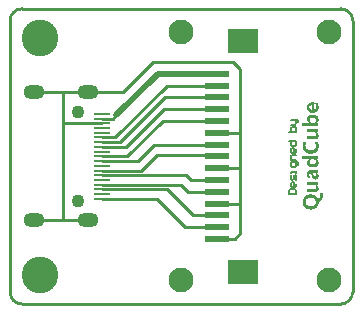
<source format=gtl>
G04 Layer_Physical_Order=1*
G04 Layer_Color=255*
%FSLAX25Y25*%
%MOIN*%
G70*
G01*
G75*
%ADD10R,0.07874X0.02362*%
%ADD11R,0.10236X0.07874*%
%ADD12R,0.05512X0.00906*%
%ADD13C,0.01969*%
%ADD14C,0.00906*%
%ADD15C,0.01000*%
%ADD16C,0.00512*%
%ADD17C,0.00965*%
%ADD18C,0.04331*%
%ADD19O,0.07087X0.04921*%
%ADD20C,0.08268*%
%ADD21C,0.12205*%
G36*
X349249Y269521D02*
X349258D01*
X349285Y269530D01*
X349329D01*
X349382Y269547D01*
X349444Y269565D01*
X349514Y269591D01*
X349594Y269627D01*
X349665Y269671D01*
X349744Y269724D01*
X349824Y269795D01*
X349895Y269883D01*
X349956Y269980D01*
X350009Y270095D01*
X350054Y270228D01*
X350080Y270378D01*
X350089Y270555D01*
Y270564D01*
Y270582D01*
Y270617D01*
X350080Y270661D01*
Y270714D01*
X350071Y270776D01*
X350054Y270918D01*
X350018Y271085D01*
X349965Y271271D01*
X349886Y271457D01*
X349788Y271634D01*
X350584D01*
Y271625D01*
X350593Y271607D01*
X350611Y271581D01*
X350628Y271545D01*
X350646Y271492D01*
X350673Y271430D01*
X350699Y271359D01*
X350726Y271280D01*
X350752Y271183D01*
X350779Y271085D01*
X350805Y270979D01*
X350823Y270856D01*
X350858Y270599D01*
X350867Y270307D01*
Y270299D01*
Y270272D01*
Y270219D01*
X350858Y270157D01*
X350849Y270087D01*
X350840Y269998D01*
X350823Y269901D01*
X350805Y269804D01*
X350743Y269583D01*
X350655Y269353D01*
X350602Y269238D01*
X350531Y269132D01*
X350460Y269026D01*
X350372Y268929D01*
X350363Y268920D01*
X350345Y268911D01*
X350319Y268884D01*
X350284Y268849D01*
X350231Y268814D01*
X350169Y268778D01*
X350098Y268734D01*
X350009Y268690D01*
X349921Y268637D01*
X349815Y268593D01*
X349700Y268557D01*
X349585Y268522D01*
X349444Y268486D01*
X349302Y268460D01*
X349152Y268451D01*
X348993Y268442D01*
X348904D01*
X348843Y268451D01*
X348772Y268460D01*
X348684Y268469D01*
X348586Y268486D01*
X348480Y268504D01*
X348250Y268566D01*
X348127Y268610D01*
X348012Y268663D01*
X347888Y268725D01*
X347773Y268796D01*
X347658Y268875D01*
X347552Y268964D01*
X347543Y268973D01*
X347526Y268990D01*
X347499Y269017D01*
X347464Y269061D01*
X347419Y269105D01*
X347375Y269167D01*
X347322Y269238D01*
X347269Y269326D01*
X347225Y269415D01*
X347172Y269512D01*
X347083Y269733D01*
X347048Y269857D01*
X347022Y269989D01*
X347004Y270131D01*
X346995Y270272D01*
Y270281D01*
Y270307D01*
Y270352D01*
X347004Y270405D01*
X347013Y270467D01*
X347022Y270546D01*
X347057Y270723D01*
X347110Y270918D01*
X347198Y271121D01*
X347251Y271227D01*
X347322Y271324D01*
X347393Y271412D01*
X347481Y271501D01*
X347490Y271510D01*
X347499Y271519D01*
X347534Y271545D01*
X347570Y271572D01*
X347614Y271607D01*
X347676Y271642D01*
X347746Y271687D01*
X347826Y271731D01*
X347914Y271766D01*
X348012Y271810D01*
X348118Y271846D01*
X348233Y271881D01*
X348356Y271908D01*
X348498Y271934D01*
X348639Y271943D01*
X348790Y271952D01*
X349249D01*
Y269521D01*
D02*
G37*
G36*
X348984Y267885D02*
X349064Y267877D01*
X349152Y267868D01*
X349258Y267859D01*
X349364Y267841D01*
X349594Y267779D01*
X349841Y267700D01*
X349965Y267647D01*
X350089Y267585D01*
X350204Y267514D01*
X350310Y267435D01*
X350319Y267426D01*
X350337Y267417D01*
X350363Y267390D01*
X350398Y267355D01*
X350443Y267302D01*
X350487Y267249D01*
X350540Y267187D01*
X350584Y267107D01*
X350690Y266939D01*
X350779Y266727D01*
X350814Y266612D01*
X350840Y266489D01*
X350858Y266365D01*
X350867Y266223D01*
Y266215D01*
Y266197D01*
Y266162D01*
X350858Y266108D01*
X350849Y266055D01*
X350840Y265985D01*
X350805Y265834D01*
X350743Y265667D01*
X350699Y265578D01*
X350646Y265490D01*
X350584Y265410D01*
X350513Y265331D01*
X350434Y265251D01*
X350345Y265180D01*
Y265172D01*
X350787D01*
Y264093D01*
X345307D01*
Y265172D01*
X347649D01*
Y265180D01*
X347640Y265189D01*
X347623Y265198D01*
X347587Y265225D01*
X347543Y265260D01*
X347499Y265304D01*
X347446Y265357D01*
X347384Y265419D01*
X347322Y265490D01*
X347260Y265569D01*
X347198Y265667D01*
X347145Y265764D01*
X347101Y265870D01*
X347057Y265985D01*
X347022Y266117D01*
X347004Y266250D01*
X346995Y266391D01*
Y266400D01*
Y266427D01*
Y266462D01*
X347004Y266506D01*
X347013Y266568D01*
X347022Y266639D01*
X347057Y266798D01*
X347119Y266975D01*
X347207Y267161D01*
X347260Y267249D01*
X347322Y267337D01*
X347402Y267417D01*
X347490Y267496D01*
X347499Y267505D01*
X347517Y267514D01*
X347543Y267532D01*
X347579Y267558D01*
X347632Y267585D01*
X347685Y267620D01*
X347755Y267655D01*
X347844Y267700D01*
X347932Y267735D01*
X348029Y267770D01*
X348144Y267806D01*
X348259Y267832D01*
X348392Y267859D01*
X348533Y267877D01*
X348675Y267894D01*
X348922D01*
X348984Y267885D01*
D02*
G37*
G36*
X350787Y262033D02*
X350222D01*
Y262016D01*
X350231Y262007D01*
X350248Y261998D01*
X350284Y261971D01*
X350319Y261936D01*
X350372Y261901D01*
X350425Y261848D01*
X350540Y261715D01*
X350664Y261556D01*
X350770Y261361D01*
X350805Y261246D01*
X350840Y261132D01*
X350858Y261008D01*
X350867Y260875D01*
Y260858D01*
Y260822D01*
X350858Y260760D01*
X350840Y260672D01*
X350823Y260575D01*
X350787Y260469D01*
X350734Y260354D01*
X350673Y260230D01*
X350593Y260106D01*
X350487Y259991D01*
X350363Y259885D01*
X350213Y259788D01*
X350036Y259708D01*
X349824Y259638D01*
X349585Y259602D01*
X349453Y259585D01*
X347083D01*
Y260663D01*
X349258D01*
X349302Y260672D01*
X349346D01*
X349417Y260681D01*
X349479Y260698D01*
X349629Y260743D01*
X349709Y260778D01*
X349788Y260822D01*
X349850Y260875D01*
X349912Y260937D01*
X349965Y261008D01*
X350009Y261096D01*
X350036Y261193D01*
X350045Y261308D01*
Y261326D01*
Y261361D01*
X350036Y261423D01*
X350018Y261494D01*
X349992Y261582D01*
X349948Y261671D01*
X349895Y261750D01*
X349824Y261830D01*
X349815Y261839D01*
X349780Y261865D01*
X349727Y261892D01*
X349656Y261936D01*
X349568Y261971D01*
X349461Y261998D01*
X349346Y262024D01*
X349205Y262033D01*
X347083D01*
Y263112D01*
X350787D01*
Y262033D01*
D02*
G37*
G36*
X350593Y258816D02*
X350602Y258798D01*
X350620Y258763D01*
X350637Y258718D01*
X350655Y258665D01*
X350681Y258594D01*
X350708Y258515D01*
X350726Y258427D01*
X350752Y258329D01*
X350779Y258214D01*
X350805Y258091D01*
X350823Y257967D01*
X350840Y257825D01*
X350858Y257675D01*
X350867Y257348D01*
Y257339D01*
Y257295D01*
X350858Y257233D01*
Y257154D01*
X350849Y257056D01*
X350832Y256941D01*
X350805Y256809D01*
X350779Y256676D01*
X350743Y256526D01*
X350699Y256376D01*
X350637Y256225D01*
X350575Y256066D01*
X350496Y255907D01*
X350398Y255757D01*
X350292Y255615D01*
X350169Y255483D01*
X350160Y255474D01*
X350133Y255456D01*
X350098Y255421D01*
X350045Y255377D01*
X349974Y255324D01*
X349886Y255271D01*
X349788Y255209D01*
X349674Y255147D01*
X349550Y255076D01*
X349408Y255014D01*
X349249Y254961D01*
X349090Y254908D01*
X348904Y254864D01*
X348719Y254829D01*
X348516Y254811D01*
X348303Y254802D01*
X348250D01*
X348188Y254811D01*
X348100D01*
X347994Y254829D01*
X347879Y254846D01*
X347738Y254864D01*
X347596Y254899D01*
X347437Y254935D01*
X347278Y254988D01*
X347110Y255050D01*
X346942Y255120D01*
X346783Y255209D01*
X346615Y255315D01*
X346456Y255430D01*
X346305Y255562D01*
X346297Y255571D01*
X346270Y255598D01*
X346235Y255642D01*
X346182Y255704D01*
X346120Y255775D01*
X346058Y255872D01*
X345987Y255978D01*
X345908Y256102D01*
X345837Y256234D01*
X345766Y256384D01*
X345704Y256553D01*
X345642Y256729D01*
X345589Y256915D01*
X345554Y257118D01*
X345528Y257330D01*
X345519Y257551D01*
Y257560D01*
Y257587D01*
Y257622D01*
Y257675D01*
X345528Y257746D01*
Y257817D01*
X345536Y257905D01*
X345545Y257993D01*
X345572Y258197D01*
X345607Y258409D01*
X345651Y258621D01*
X345722Y258824D01*
X346783D01*
Y258816D01*
X346765Y258798D01*
X346756Y258771D01*
X346730Y258727D01*
X346712Y258683D01*
X346686Y258621D01*
X346659Y258550D01*
X346624Y258480D01*
X346571Y258303D01*
X346518Y258100D01*
X346482Y257870D01*
X346474Y257631D01*
Y257622D01*
Y257596D01*
Y257560D01*
X346482Y257507D01*
X346491Y257445D01*
X346500Y257366D01*
X346535Y257198D01*
X346588Y257003D01*
X346677Y256809D01*
X346730Y256712D01*
X346801Y256614D01*
X346871Y256517D01*
X346960Y256429D01*
X346969Y256420D01*
X346986Y256411D01*
X347013Y256384D01*
X347048Y256358D01*
X347092Y256323D01*
X347154Y256287D01*
X347225Y256243D01*
X347296Y256208D01*
X347384Y256164D01*
X347481Y256119D01*
X347693Y256049D01*
X347950Y255996D01*
X348082Y255987D01*
X348224Y255978D01*
X348294D01*
X348348Y255987D01*
X348418D01*
X348489Y256004D01*
X348666Y256031D01*
X348860Y256084D01*
X349064Y256155D01*
X349267Y256261D01*
X349364Y256331D01*
X349453Y256402D01*
X349461Y256411D01*
X349470Y256420D01*
X349497Y256446D01*
X349523Y256482D01*
X349559Y256526D01*
X349594Y256579D01*
X349638Y256641D01*
X349682Y256712D01*
X349771Y256880D01*
X349841Y257074D01*
X349895Y257313D01*
X349903Y257436D01*
X349912Y257569D01*
Y257578D01*
Y257596D01*
Y257640D01*
X349903Y257684D01*
Y257746D01*
X349895Y257817D01*
X349886Y257896D01*
X349868Y257985D01*
X349833Y258179D01*
X349771Y258382D01*
X349691Y258603D01*
X349576Y258824D01*
X350593D01*
Y258816D01*
D02*
G37*
G36*
X350787Y252955D02*
X350266D01*
Y252937D01*
X350275D01*
X350292Y252919D01*
X350319Y252893D01*
X350363Y252866D01*
X350407Y252822D01*
X350451Y252769D01*
X350513Y252716D01*
X350566Y252645D01*
X350620Y252566D01*
X350673Y252477D01*
X350770Y252283D01*
X350814Y252168D01*
X350840Y252044D01*
X350858Y251920D01*
X350867Y251779D01*
Y251770D01*
Y251752D01*
Y251708D01*
X350858Y251664D01*
X350849Y251602D01*
X350840Y251531D01*
X350805Y251372D01*
X350743Y251195D01*
X350655Y251010D01*
X350602Y250913D01*
X350531Y250824D01*
X350460Y250736D01*
X350372Y250656D01*
X350363D01*
X350345Y250639D01*
X350319Y250621D01*
X350284Y250594D01*
X350231Y250559D01*
X350169Y250524D01*
X350098Y250488D01*
X350018Y250453D01*
X349921Y250409D01*
X349824Y250373D01*
X349709Y250338D01*
X349594Y250303D01*
X349461Y250276D01*
X349320Y250258D01*
X349179Y250250D01*
X349019Y250241D01*
X348931D01*
X348869Y250250D01*
X348790Y250258D01*
X348701Y250267D01*
X348604Y250276D01*
X348498Y250303D01*
X348259Y250356D01*
X348012Y250435D01*
X347897Y250488D01*
X347773Y250550D01*
X347658Y250621D01*
X347552Y250700D01*
X347543Y250709D01*
X347526Y250718D01*
X347499Y250745D01*
X347464Y250789D01*
X347419Y250833D01*
X347375Y250886D01*
X347322Y250957D01*
X347269Y251027D01*
X347172Y251204D01*
X347083Y251416D01*
X347048Y251531D01*
X347022Y251655D01*
X347004Y251779D01*
X346995Y251920D01*
Y251929D01*
Y251956D01*
Y251991D01*
X347004Y252035D01*
X347013Y252097D01*
X347022Y252168D01*
X347057Y252318D01*
X347119Y252486D01*
X347163Y252574D01*
X347216Y252654D01*
X347278Y252734D01*
X347340Y252813D01*
X347428Y252875D01*
X347517Y252937D01*
Y252946D01*
X345307D01*
Y254033D01*
X350787D01*
Y252955D01*
D02*
G37*
G36*
Y248508D02*
X350239D01*
Y248490D01*
X350248D01*
X350266Y248473D01*
X350301Y248455D01*
X350337Y248420D01*
X350434Y248331D01*
X350549Y248207D01*
X350673Y248057D01*
X350770Y247863D01*
X350805Y247757D01*
X350840Y247642D01*
X350858Y247518D01*
X350867Y247385D01*
Y247377D01*
Y247359D01*
Y247332D01*
X350858Y247297D01*
X350849Y247200D01*
X350832Y247085D01*
X350796Y246943D01*
X350743Y246802D01*
X350673Y246660D01*
X350575Y246537D01*
X350558Y246528D01*
X350522Y246493D01*
X350451Y246440D01*
X350363Y246387D01*
X350239Y246325D01*
X350098Y246280D01*
X349939Y246245D01*
X349753Y246227D01*
X349709D01*
X349656Y246236D01*
X349585Y246245D01*
X349506Y246263D01*
X349408Y246298D01*
X349302Y246333D01*
X349196Y246387D01*
X349090Y246448D01*
X348984Y246537D01*
X348878Y246634D01*
X348781Y246758D01*
X348692Y246908D01*
X348622Y247076D01*
X348560Y247270D01*
X348516Y247492D01*
X348383Y248517D01*
X348321D01*
X348277Y248508D01*
X348180Y248482D01*
X348056Y248437D01*
X347994Y248402D01*
X347932Y248349D01*
X347879Y248296D01*
X347835Y248234D01*
X347791Y248154D01*
X347755Y248066D01*
X347738Y247960D01*
X347729Y247845D01*
Y247836D01*
Y247819D01*
Y247783D01*
X347738Y247730D01*
Y247677D01*
X347746Y247606D01*
X347764Y247527D01*
X347782Y247438D01*
X347826Y247253D01*
X347897Y247041D01*
X347994Y246820D01*
X348056Y246705D01*
X348127Y246599D01*
X347313D01*
X347304Y246607D01*
X347287Y246643D01*
X347260Y246696D01*
X347234Y246775D01*
X347198Y246873D01*
X347154Y246979D01*
X347119Y247111D01*
X347083Y247262D01*
Y247270D01*
Y247279D01*
X347066Y247332D01*
X347057Y247412D01*
X347039Y247509D01*
X347022Y247624D01*
X347013Y247739D01*
X346995Y247863D01*
Y247978D01*
Y247987D01*
Y247995D01*
Y248048D01*
X347004Y248119D01*
X347022Y248225D01*
X347039Y248340D01*
X347075Y248473D01*
X347128Y248614D01*
X347189Y248756D01*
X347269Y248897D01*
X347375Y249039D01*
X347499Y249171D01*
X347658Y249295D01*
X347835Y249392D01*
X348047Y249463D01*
X348286Y249516D01*
X348418Y249534D01*
X350787D01*
Y248508D01*
D02*
G37*
G36*
Y244442D02*
X350222D01*
Y244424D01*
X350231Y244415D01*
X350248Y244406D01*
X350284Y244380D01*
X350319Y244344D01*
X350372Y244309D01*
X350425Y244256D01*
X350540Y244123D01*
X350664Y243964D01*
X350770Y243770D01*
X350805Y243655D01*
X350840Y243540D01*
X350858Y243416D01*
X350867Y243284D01*
Y243266D01*
Y243231D01*
X350858Y243169D01*
X350840Y243080D01*
X350823Y242983D01*
X350787Y242877D01*
X350734Y242762D01*
X350673Y242638D01*
X350593Y242515D01*
X350487Y242400D01*
X350363Y242294D01*
X350213Y242196D01*
X350036Y242117D01*
X349824Y242046D01*
X349585Y242011D01*
X349453Y241993D01*
X347083D01*
Y243072D01*
X349258D01*
X349302Y243080D01*
X349346D01*
X349417Y243089D01*
X349479Y243107D01*
X349629Y243151D01*
X349709Y243186D01*
X349788Y243231D01*
X349850Y243284D01*
X349912Y243345D01*
X349965Y243416D01*
X350009Y243505D01*
X350036Y243602D01*
X350045Y243717D01*
Y243735D01*
Y243770D01*
X350036Y243832D01*
X350018Y243902D01*
X349992Y243991D01*
X349948Y244079D01*
X349895Y244159D01*
X349824Y244238D01*
X349815Y244247D01*
X349780Y244274D01*
X349727Y244300D01*
X349656Y244344D01*
X349568Y244380D01*
X349461Y244406D01*
X349346Y244433D01*
X349205Y244442D01*
X347083D01*
Y245520D01*
X350787D01*
Y244442D01*
D02*
G37*
G36*
X352237Y241622D02*
X352255Y241578D01*
X352264Y241507D01*
X352281Y241418D01*
X352299Y241295D01*
X352317Y241162D01*
X352326Y241012D01*
X352334Y240844D01*
Y240835D01*
Y240817D01*
Y240791D01*
X352326Y240755D01*
Y240702D01*
X352317Y240649D01*
X352299Y240517D01*
X352264Y240366D01*
X352211Y240190D01*
X352131Y240013D01*
X352034Y239827D01*
Y239818D01*
X352016Y239801D01*
X351998Y239774D01*
X351972Y239739D01*
X351937Y239695D01*
X351892Y239633D01*
X351839Y239562D01*
X351778Y239491D01*
X351707Y239403D01*
X351618Y239306D01*
X351521Y239208D01*
X351415Y239093D01*
X351300Y238970D01*
X351167Y238846D01*
X351026Y238713D01*
X350867Y238572D01*
Y238563D01*
Y238528D01*
X350858Y238466D01*
X350849Y238395D01*
X350840Y238307D01*
X350814Y238201D01*
X350787Y238086D01*
X350761Y237953D01*
X350717Y237821D01*
X350664Y237679D01*
X350602Y237538D01*
X350531Y237396D01*
X350443Y237255D01*
X350345Y237113D01*
X350231Y236981D01*
X350098Y236857D01*
X350089Y236848D01*
X350062Y236830D01*
X350018Y236795D01*
X349965Y236760D01*
X349895Y236707D01*
X349806Y236654D01*
X349709Y236601D01*
X349594Y236539D01*
X349461Y236477D01*
X349329Y236424D01*
X349170Y236371D01*
X349011Y236318D01*
X348843Y236282D01*
X348657Y236247D01*
X348471Y236229D01*
X348268Y236221D01*
X348215D01*
X348153Y236229D01*
X348065D01*
X347959Y236238D01*
X347835Y236256D01*
X347702Y236282D01*
X347561Y236309D01*
X347402Y236344D01*
X347243Y236397D01*
X347075Y236450D01*
X346907Y236521D01*
X346747Y236601D01*
X346580Y236698D01*
X346429Y236804D01*
X346279Y236928D01*
X346270Y236936D01*
X346244Y236963D01*
X346208Y236998D01*
X346164Y237060D01*
X346102Y237131D01*
X346040Y237211D01*
X345970Y237317D01*
X345899Y237432D01*
X345828Y237555D01*
X345758Y237697D01*
X345696Y237856D01*
X345634Y238024D01*
X345589Y238210D01*
X345554Y238395D01*
X345528Y238607D01*
X345519Y238819D01*
Y238828D01*
Y238864D01*
X345528Y238926D01*
Y238996D01*
X345545Y239093D01*
X345554Y239200D01*
X345581Y239323D01*
X345607Y239447D01*
X345651Y239588D01*
X345696Y239730D01*
X345758Y239880D01*
X345828Y240031D01*
X345908Y240181D01*
X346014Y240322D01*
X346120Y240464D01*
X346252Y240596D01*
X346261Y240605D01*
X346288Y240623D01*
X346323Y240658D01*
X346385Y240702D01*
X346456Y240755D01*
X346544Y240817D01*
X346650Y240879D01*
X346765Y240941D01*
X346889Y241003D01*
X347039Y241065D01*
X347189Y241127D01*
X347366Y241180D01*
X347543Y241224D01*
X347738Y241259D01*
X347941Y241277D01*
X348162Y241286D01*
X348250D01*
X348321Y241277D01*
X348401D01*
X348489Y241268D01*
X348595Y241250D01*
X348710Y241233D01*
X348966Y241180D01*
X349232Y241109D01*
X349506Y241003D01*
X349638Y240932D01*
X349771Y240862D01*
X349780Y240853D01*
X349797Y240844D01*
X349833Y240817D01*
X349877Y240782D01*
X349930Y240738D01*
X350001Y240693D01*
X350062Y240632D01*
X350142Y240561D01*
X350213Y240473D01*
X350292Y240384D01*
X350372Y240287D01*
X350443Y240181D01*
X350584Y239942D01*
X350646Y239809D01*
X350699Y239668D01*
X350717Y239686D01*
X350761Y239721D01*
X350823Y239792D01*
X350893Y239871D01*
X350982Y239969D01*
X351070Y240075D01*
X351150Y240198D01*
X351221Y240313D01*
X351229Y240331D01*
X351247Y240375D01*
X351274Y240437D01*
X351309Y240534D01*
X351344Y240649D01*
X351371Y240782D01*
X351389Y240941D01*
X351397Y241109D01*
Y241127D01*
Y241162D01*
X351389Y241215D01*
Y241286D01*
X351371Y241374D01*
X351353Y241463D01*
X351336Y241551D01*
X351300Y241639D01*
X352237D01*
Y241622D01*
D02*
G37*
%LPC*%
G36*
X348560Y270944D02*
X348480D01*
X348427Y270935D01*
X348365Y270926D01*
X348294Y270909D01*
X348144Y270864D01*
X348065Y270829D01*
X347994Y270776D01*
X347923Y270723D01*
X347861Y270661D01*
X347808Y270582D01*
X347764Y270493D01*
X347738Y270387D01*
X347729Y270272D01*
Y270263D01*
Y270228D01*
X347738Y270175D01*
X347755Y270104D01*
X347782Y270025D01*
X347826Y269945D01*
X347879Y269857D01*
X347959Y269777D01*
X347968Y269768D01*
X348003Y269742D01*
X348047Y269706D01*
X348118Y269662D01*
X348206Y269618D01*
X348312Y269574D01*
X348427Y269538D01*
X348560Y269512D01*
Y270944D01*
D02*
G37*
G36*
X348843Y266789D02*
X348763D01*
X348675Y266780D01*
X348569Y266763D01*
X348445Y266736D01*
X348321Y266701D01*
X348206Y266648D01*
X348091Y266577D01*
X348082Y266568D01*
X348047Y266542D01*
X348003Y266489D01*
X347950Y266427D01*
X347906Y266347D01*
X347861Y266241D01*
X347826Y266126D01*
X347817Y265985D01*
Y265967D01*
Y265923D01*
X347835Y265861D01*
X347852Y265773D01*
X347888Y265675D01*
X347932Y265578D01*
X348003Y265481D01*
X348091Y265384D01*
X348100Y265375D01*
X348144Y265348D01*
X348197Y265313D01*
X348277Y265269D01*
X348383Y265225D01*
X348498Y265189D01*
X348639Y265163D01*
X348790Y265154D01*
X349249D01*
X349311Y265163D01*
X349399Y265180D01*
X349497Y265207D01*
X349594Y265242D01*
X349700Y265295D01*
X349797Y265366D01*
X349806Y265375D01*
X349833Y265410D01*
X349877Y265454D01*
X349921Y265516D01*
X349965Y265596D01*
X350009Y265693D01*
X350036Y265799D01*
X350045Y265923D01*
Y265932D01*
Y265941D01*
X350036Y265994D01*
X350027Y266064D01*
X350009Y266153D01*
X349965Y266259D01*
X349912Y266365D01*
X349841Y266462D01*
X349735Y266559D01*
X349718Y266568D01*
X349674Y266595D01*
X349603Y266630D01*
X349506Y266674D01*
X349373Y266719D01*
X349223Y266754D01*
X349046Y266780D01*
X348843Y266789D01*
D02*
G37*
G36*
X349002Y252972D02*
X348630D01*
X348560Y252963D01*
X348471Y252946D01*
X348374Y252919D01*
X348268Y252875D01*
X348162Y252822D01*
X348065Y252742D01*
X348056Y252734D01*
X348029Y252698D01*
X347985Y252654D01*
X347941Y252583D01*
X347897Y252504D01*
X347852Y252407D01*
X347826Y252300D01*
X347817Y252177D01*
Y252159D01*
X347826Y252115D01*
X347835Y252044D01*
X347852Y251956D01*
X347897Y251858D01*
X347950Y251752D01*
X348029Y251655D01*
X348135Y251558D01*
X348153Y251549D01*
X348188Y251522D01*
X348259Y251487D01*
X348356Y251452D01*
X348480Y251408D01*
X348622Y251372D01*
X348790Y251346D01*
X348984Y251337D01*
X349072D01*
X349161Y251346D01*
X349276Y251363D01*
X349399Y251390D01*
X349532Y251425D01*
X349656Y251478D01*
X349771Y251549D01*
X349780Y251558D01*
X349815Y251593D01*
X349859Y251637D01*
X349903Y251708D01*
X349956Y251797D01*
X350001Y251894D01*
X350036Y252018D01*
X350045Y252150D01*
Y252168D01*
X350036Y252212D01*
X350027Y252274D01*
X350009Y252354D01*
X349974Y252451D01*
X349921Y252548D01*
X349850Y252645D01*
X349753Y252734D01*
X349735Y252742D01*
X349700Y252769D01*
X349638Y252813D01*
X349550Y252857D01*
X349444Y252893D01*
X349311Y252937D01*
X349170Y252963D01*
X349002Y252972D01*
D02*
G37*
G36*
X349276Y248517D02*
X349011D01*
X349099Y247819D01*
Y247810D01*
Y247792D01*
X349108Y247765D01*
X349117Y247730D01*
X349152Y247633D01*
X349196Y247527D01*
X349267Y247421D01*
X349355Y247323D01*
X349408Y247288D01*
X349479Y247262D01*
X349550Y247244D01*
X349629Y247235D01*
X349665D01*
X349700Y247244D01*
X349753Y247253D01*
X349806Y247270D01*
X349859Y247297D01*
X349912Y247332D01*
X349965Y247377D01*
X349974Y247385D01*
X349983Y247403D01*
X350001Y247438D01*
X350027Y247474D01*
X350054Y247536D01*
X350071Y247598D01*
X350080Y247668D01*
X350089Y247757D01*
Y247774D01*
Y247810D01*
X350080Y247872D01*
X350062Y247951D01*
X350036Y248031D01*
X349992Y248119D01*
X349939Y248216D01*
X349859Y248296D01*
X349850Y248305D01*
X349815Y248331D01*
X349771Y248367D01*
X349700Y248411D01*
X349612Y248446D01*
X349514Y248482D01*
X349399Y248508D01*
X349276Y248517D01*
D02*
G37*
G36*
X348224Y240128D02*
X348144D01*
X348091Y240119D01*
X348021D01*
X347941Y240110D01*
X347852Y240101D01*
X347755Y240084D01*
X347552Y240039D01*
X347340Y239978D01*
X347128Y239889D01*
X346942Y239765D01*
X346933D01*
X346924Y239748D01*
X346871Y239703D01*
X346792Y239624D01*
X346703Y239509D01*
X346624Y239368D01*
X346544Y239200D01*
X346491Y239005D01*
X346482Y238899D01*
X346474Y238784D01*
Y238775D01*
Y238758D01*
Y238722D01*
X346482Y238678D01*
X346491Y238625D01*
X346500Y238563D01*
X346535Y238413D01*
X346588Y238254D01*
X346677Y238077D01*
X346730Y237997D01*
X346792Y237909D01*
X346862Y237829D01*
X346951Y237759D01*
X346960D01*
X346969Y237741D01*
X347004Y237723D01*
X347039Y237697D01*
X347083Y237670D01*
X347145Y237644D01*
X347207Y237608D01*
X347287Y237573D01*
X347375Y237538D01*
X347464Y237502D01*
X347685Y237449D01*
X347932Y237405D01*
X348206Y237387D01*
X348277D01*
X348339Y237396D01*
X348401D01*
X348480Y237405D01*
X348657Y237432D01*
X348851Y237476D01*
X349064Y237546D01*
X349267Y237635D01*
X349453Y237759D01*
X349461Y237768D01*
X349470Y237776D01*
X349523Y237829D01*
X349594Y237909D01*
X349682Y238024D01*
X349771Y238165D01*
X349841Y238333D01*
X349895Y238528D01*
X349903Y238634D01*
X349912Y238749D01*
Y238758D01*
Y238775D01*
Y238811D01*
X349903Y238855D01*
X349895Y238908D01*
X349886Y238970D01*
X349859Y239111D01*
X349806Y239279D01*
X349727Y239447D01*
X349674Y239527D01*
X349612Y239606D01*
X349550Y239686D01*
X349470Y239756D01*
X349461Y239765D01*
X349453Y239774D01*
X349426Y239792D01*
X349391Y239818D01*
X349338Y239845D01*
X349285Y239871D01*
X349223Y239907D01*
X349143Y239942D01*
X349064Y239978D01*
X348966Y240013D01*
X348869Y240039D01*
X348754Y240066D01*
X348507Y240110D01*
X348224Y240128D01*
D02*
G37*
%LPD*%
D10*
X316929Y226378D02*
D03*
Y234252D02*
D03*
Y238189D02*
D03*
Y242126D02*
D03*
Y246063D02*
D03*
Y250000D02*
D03*
Y230315D02*
D03*
Y261811D02*
D03*
Y281496D02*
D03*
Y277559D02*
D03*
Y273622D02*
D03*
Y269685D02*
D03*
Y265748D02*
D03*
Y257874D02*
D03*
Y253937D02*
D03*
D11*
X325591Y292520D02*
D03*
Y215354D02*
D03*
D12*
X278740Y253937D02*
D03*
Y252362D02*
D03*
Y255512D02*
D03*
Y257087D02*
D03*
Y250787D02*
D03*
Y242913D02*
D03*
Y244488D02*
D03*
Y246063D02*
D03*
Y247638D02*
D03*
Y249213D02*
D03*
Y241339D02*
D03*
Y239764D02*
D03*
Y266535D02*
D03*
Y261811D02*
D03*
Y260236D02*
D03*
Y268110D02*
D03*
Y258661D02*
D03*
Y264961D02*
D03*
Y263386D02*
D03*
D13*
X297244Y281496D02*
X316929D01*
X283465Y267717D02*
X297244Y281496D01*
D14*
X278740Y266535D02*
X282283D01*
X283465Y267717D01*
D15*
X322835Y226378D02*
X324803Y228346D01*
X316929Y226378D02*
X322835D01*
X265748Y264961D02*
X278740D01*
X265748Y232579D02*
Y264961D01*
X256102Y232579D02*
X265748D01*
X273819D01*
X278740Y260236D02*
X283071D01*
X300394Y277559D01*
X316929D01*
X278740Y258661D02*
X284646D01*
X299606Y273622D01*
X316929D01*
X278740Y257087D02*
X286614D01*
X299213Y269685D01*
X316929D01*
X278740Y252362D02*
X290551D01*
X296063Y257874D01*
X316929D01*
X316535Y254331D02*
X316929Y253937D01*
X306693Y247638D02*
X308268Y246063D01*
X316929D01*
X316929Y246063D01*
X278740Y247638D02*
X306693D01*
X296850Y254331D02*
X316535D01*
X278740Y249213D02*
X291732D01*
X296850Y254331D01*
X298819Y265748D02*
X316929D01*
X278740Y253937D02*
X287008D01*
X298819Y265748D01*
X278740Y244488D02*
X305118D01*
X307480Y242126D01*
X316929D01*
X278740Y239764D02*
X296850D01*
X306299Y230315D01*
X316929D01*
X309055Y234252D02*
X316929D01*
X278740Y242913D02*
X300394D01*
X309055Y234252D01*
X316929Y238189D02*
X324803D01*
X324803Y238189D01*
Y228346D02*
Y238189D01*
Y250000D01*
X316929D02*
X324803D01*
X273819Y275295D02*
X285531D01*
X295669Y285433D01*
X322441D01*
X324803Y283071D01*
X316929Y261811D02*
X324803D01*
Y250000D02*
Y261811D01*
Y283071D01*
X265748Y264961D02*
Y275295D01*
X256102D02*
X265748D01*
X273819D01*
X362205Y208661D02*
Y299213D01*
X251969Y204724D02*
X358268D01*
X251969Y303150D02*
X358268D01*
X248031Y208661D02*
Y299213D01*
D16*
X340946Y241339D02*
X343307D01*
Y242519D01*
X342914Y242913D01*
X341339D01*
X340946Y242519D01*
Y241339D01*
X343307Y244881D02*
Y244094D01*
X342914Y243700D01*
X342126D01*
X341733Y244094D01*
Y244881D01*
X342126Y245274D01*
X342520D01*
Y243700D01*
X343307Y246061D02*
Y247242D01*
X342914Y247636D01*
X342520Y247242D01*
Y246455D01*
X342126Y246061D01*
X341733Y246455D01*
Y247636D01*
X343307Y248423D02*
Y249210D01*
Y248816D01*
X341733D01*
Y248423D01*
X344094Y251178D02*
Y251571D01*
X343701Y251965D01*
X341733D01*
Y250784D01*
X342126Y250391D01*
X342914D01*
X343307Y250784D01*
Y251965D01*
Y252752D02*
X341733D01*
Y253933D01*
X342126Y254327D01*
X343307D01*
Y256294D02*
Y255507D01*
X342914Y255114D01*
X342126D01*
X341733Y255507D01*
Y256294D01*
X342126Y256688D01*
X342520D01*
Y255114D01*
X340946Y259049D02*
X343307D01*
Y257869D01*
X342914Y257475D01*
X342126D01*
X341733Y257869D01*
Y259049D01*
X340946Y262198D02*
X343307D01*
Y263379D01*
X342914Y263772D01*
X342520D01*
X342126D01*
X341733Y263379D01*
Y262198D01*
Y264559D02*
X342914D01*
X343307Y264953D01*
Y266134D01*
X343701D01*
X344094Y265740D01*
Y265347D01*
X343307Y266134D02*
X341733D01*
D17*
X362205Y299213D02*
G03*
X358268Y303150I-3937J0D01*
G01*
X251969Y303150D02*
G03*
X248031Y299213I0J-3937D01*
G01*
X248031Y208661D02*
G03*
X251969Y204724I3937J0D01*
G01*
X358268D02*
G03*
X362205Y208661I0J3937D01*
G01*
D18*
X270669Y239173D02*
D03*
Y268701D02*
D03*
D19*
X256102Y232579D02*
D03*
X273819D02*
D03*
X256102Y275295D02*
D03*
X273819D02*
D03*
D20*
X305118Y295276D02*
D03*
Y212598D02*
D03*
X354331Y295276D02*
D03*
Y212598D02*
D03*
D21*
X257874Y293307D02*
D03*
Y214567D02*
D03*
M02*

</source>
